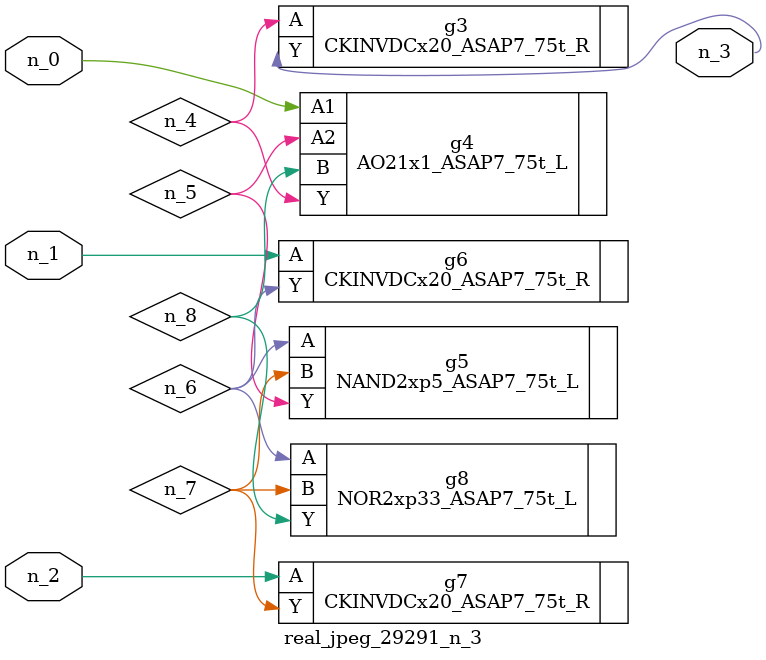
<source format=v>
module real_jpeg_29291_n_3 (n_1, n_0, n_2, n_3);

input n_1;
input n_0;
input n_2;

output n_3;

wire n_5;
wire n_8;
wire n_4;
wire n_6;
wire n_7;

AO21x1_ASAP7_75t_L g4 ( 
.A1(n_0),
.A2(n_5),
.B(n_8),
.Y(n_4)
);

CKINVDCx20_ASAP7_75t_R g6 ( 
.A(n_1),
.Y(n_6)
);

CKINVDCx20_ASAP7_75t_R g7 ( 
.A(n_2),
.Y(n_7)
);

CKINVDCx20_ASAP7_75t_R g3 ( 
.A(n_4),
.Y(n_3)
);

NAND2xp5_ASAP7_75t_L g5 ( 
.A(n_6),
.B(n_7),
.Y(n_5)
);

NOR2xp33_ASAP7_75t_L g8 ( 
.A(n_6),
.B(n_7),
.Y(n_8)
);


endmodule
</source>
